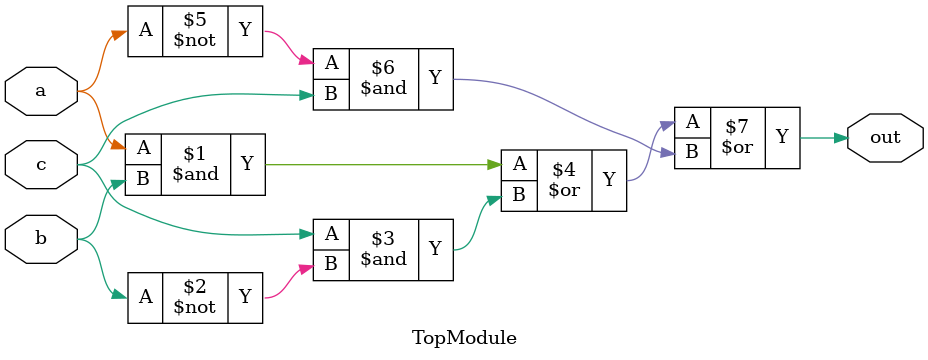
<source format=sv>

module TopModule (
  input a,
  input b,
  input c,
  output out
);
assign out = (a & b) | (c & ~b) | (~a & c); endmodule

// VERILOG-EVAL: endmodule not found

</source>
